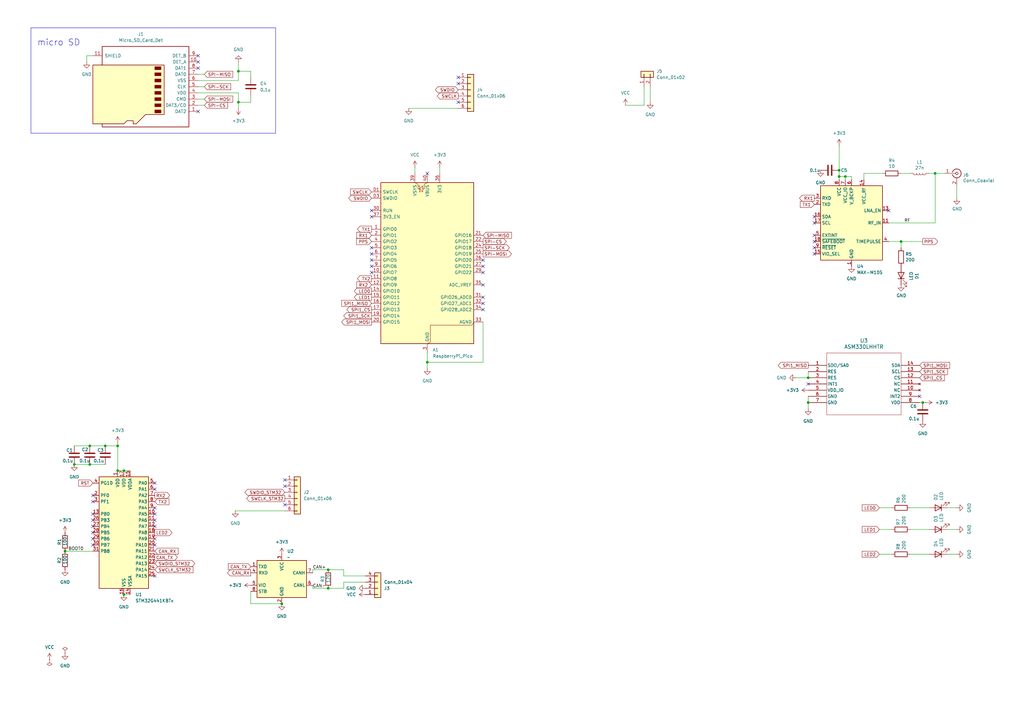
<source format=kicad_sch>
(kicad_sch (version 20250114) (generator "eeschema") (generator_version "9.0")
  (paper "A3")
  (title_block (title "XNavi") (rev "0.0") (company "AIOLIA"))
  (lib_symbols
    (symbol "AIOLIA:ASM330LHHTR" (pin_names (offset 0.254))
      (property "Reference" "U" (at 22.86 10.16 0))
      (property "Value" "ASM330LHHTR" (at 22.86 7.62 0))
      (symbol "ASM330LHHTR_0_1"
        (polyline (pts (xy 7.62 5.08) (xy 7.62 -20.32)) (stroke (width 0.127)))
        (polyline (pts (xy 7.62 -20.32) (xy 38.1 -20.32)) (stroke (width 0.127)))
        (polyline (pts (xy 38.1 5.08) (xy 7.62 5.08)) (stroke (width 0.127)))
        (polyline (pts (xy 38.1 -20.32) (xy 38.1 5.08)) (stroke (width 0.127)))
        (pin bidirectional line (at 0 0 0) (length 7.62) (name "SDO/SA0") (number "1"))
        (pin unspecified line (at 0 -2.54 0) (length 7.62) (name "RES") (number "2"))
        (pin unspecified line (at 0 -5.08 0) (length 7.62) (name "RES") (number "3"))
        (pin input line (at 0 -7.62 0) (length 7.62) (name "INT1") (number "4"))
        (pin power_in line (at 0 -10.16 0) (length 7.62) (name "VDD_IO") (number "5"))
        (pin input line (at 45.72 0 180) (length 7.62) (name "SDA") (number "14"))
        (pin bidirectional line (at 45.72 -2.54 180) (length 7.62) (name "SCL") (number "13"))
        (pin input line (at 45.72 -5.08 180) (length 7.62) (name "CS") (number "12"))
        (pin no_connect line (at 45.72 -7.62 180) (length 7.62) (name "NC") (number "11"))
        (pin no_connect line (at 45.72 -10.16 180) (length 7.62) (name "NC") (number "10"))
        (pin input line (at 45.72 -12.7 180) (length 7.62) (name "INT2") (number "9"))
        (pin power_in line (at 45.72 -15.24 180) (length 7.62) (name "VDD") (number "8"))
      )
      (symbol "ASM330LHHTR_1_1"
        (pin power_in line (at 0 -12.7 0) (length 7.62) (name "GND") (number "6"))
        (pin power_in line (at 0 -15.24 0) (length 7.62) (name "GND") (number "7"))
      )
    )
    (symbol "AIOLIA:TCAN3413DDR"
      (property "Reference" "U" (at 0 0 0))
      (symbol "TCAN3413DDR_0_1"
        (rectangle (start -10.16 7.62) (end 10.16 -7.62) (stroke (width 0.254)) (fill (type background)))
      )
      (symbol "TCAN3413DDR_1_1"
        (pin input line (at -12.7 5.08 0) (length 2.54) (name "TXD") (number "1"))
        (pin tri_state line (at -12.7 2.54 0) (length 2.54) (name "RXD") (number "4"))
        (pin power_in line (at -12.7 -2.54 0) (length 2.54) (name "VIO") (number "5"))
        (pin input line (at -12.7 -5.08 0) (length 2.54) (name "STB") (number "8"))
        (pin power_in line (at 0 10.16 270) (length 2.54) (name "VCC") (number "3"))
        (pin power_in line (at 0 -10.16 90) (length 2.54) (name "GND") (number "2"))
        (pin bidirectional line (at 12.7 2.54 180) (length 2.54) (name "CANH") (number "7"))
        (pin bidirectional line (at 12.7 -2.54 180) (length 2.54) (name "CANL") (number "6"))
      )
    )
    (symbol "Connector:Conn_Coaxial" (pin_names (offset 1.016) (hide yes))
      (property "Reference" "J" (at 0.254 3.048 0))
      (property "Value" "Conn_Coaxial" (at 2.921 0 90))
      (symbol "Conn_Coaxial_0_1"
        (polyline (pts (xy -2.54 0) (xy -0.508 0)))
        (arc (start 1.778 0) (mid 0.222 -1.8079) (end -1.778 -0.508) (stroke (width 0.254)))
        (arc (start -1.778 0.508) (mid 0.2221 1.8084) (end 1.778 0) (stroke (width 0.254)))
        (circle (center 0 0) (radius 0.508) (stroke (width 0.2032)))
        (polyline (pts (xy 0 -2.54) (xy 0 -1.778)))
      )
      (symbol "Conn_Coaxial_1_1"
        (pin passive line (at -5.08 0 0) (length 2.54) (name "In") (number "1"))
        (pin passive line (at 0 -5.08 90) (length 2.54) (name "Ext") (number "2"))
      )
    )
    (symbol "Connector:Micro_SD_Card_Det" (pin_names (offset 1.016))
      (property "Reference" "J" (at -16.51 17.78 0))
      (property "Value" "Micro_SD_Card_Det" (at 16.51 17.78 0))
      (symbol "Micro_SD_Card_Det_0_1"
        (polyline (pts (xy -8.89 -8.89) (xy -8.89 11.43) (xy -1.27 11.43) (xy 2.54 15.24) (xy 3.81 15.24) (xy 3.81 13.97) (xy 6.35 13.97) (xy 7.62 15.24) (xy 20.32 15.24) (xy 20.32 -8.89) (xy -8.89 -8.89)) (stroke (width 0.254)) (fill (type background)))
        (rectangle (start -7.62 10.795) (end -5.08 9.525) (fill (type outline)))
        (rectangle (start -7.62 8.255) (end -5.08 6.985) (fill (type outline)))
        (rectangle (start -7.62 5.715) (end -5.08 4.445) (fill (type outline)))
        (rectangle (start -7.62 3.175) (end -5.08 1.905) (fill (type outline)))
        (rectangle (start -7.62 0.635) (end -5.08 -0.635) (fill (type outline)))
        (rectangle (start -7.62 -1.905) (end -5.08 -3.175) (fill (type outline)))
        (rectangle (start -7.62 -4.445) (end -5.08 -5.715) (fill (type outline)))
        (rectangle (start -7.62 -6.985) (end -5.08 -8.255) (fill (type outline)))
        (polyline (pts (xy 16.51 15.24) (xy 16.51 16.51) (xy -19.05 16.51) (xy -19.05 -16.51) (xy 16.51 -16.51) (xy 16.51 -8.89)) (stroke (width 0.254)))
      )
      (symbol "Micro_SD_Card_Det_1_1"
        (pin bidirectional line (at -22.86 10.16 0) (length 3.81) (name "DAT2") (number "1"))
        (pin bidirectional line (at -22.86 7.62 0) (length 3.81) (name "DAT3/CD") (number "2"))
        (pin input line (at -22.86 5.08 0) (length 3.81) (name "CMD") (number "3"))
        (pin power_in line (at -22.86 2.54 0) (length 3.81) (name "VDD") (number "4"))
        (pin input line (at -22.86 0 0) (length 3.81) (name "CLK") (number "5"))
        (pin power_in line (at -22.86 -2.54 0) (length 3.81) (name "VSS") (number "6"))
        (pin bidirectional line (at -22.86 -5.08 0) (length 3.81) (name "DAT0") (number "7"))
        (pin bidirectional line (at -22.86 -7.62 0) (length 3.81) (name "DAT1") (number "8"))
        (pin passive line (at -22.86 -10.16 0) (length 3.81) (name "DET_A") (number "10"))
        (pin passive line (at -22.86 -12.7 0) (length 3.81) (name "DET_B") (number "9"))
        (pin passive line (at 20.32 -12.7 180) (length 3.81) (name "SHIELD") (number "11"))
      )
    )
    (symbol "Connector_Generic:Conn_01x02" (pin_names (offset 1.016) (hide yes))
      (property "Reference" "J" (at 0 2.54 0))
      (property "Value" "Conn_01x02" (at 0 -5.08 0))
      (symbol "Conn_01x02_1_1"
        (rectangle (start -1.27 1.27) (end 1.27 -3.81) (stroke (width 0.254)) (fill (type background)))
        (rectangle (start -1.27 0.127) (end 0 -0.127) (stroke (width 0.1524)))
        (rectangle (start -1.27 -2.413) (end 0 -2.667) (stroke (width 0.1524)))
        (pin passive line (at -5.08 0 0) (length 3.81) (name "Pin_1") (number "1"))
        (pin passive line (at -5.08 -2.54 0) (length 3.81) (name "Pin_2") (number "2"))
      )
    )
    (symbol "Connector_Generic:Conn_01x04" (pin_names (offset 1.016) (hide yes))
      (property "Reference" "J" (at 0 5.08 0))
      (property "Value" "Conn_01x04" (at 0 -7.62 0))
      (symbol "Conn_01x04_1_1"
        (rectangle (start -1.27 3.81) (end 1.27 -6.35) (stroke (width 0.254)) (fill (type background)))
        (rectangle (start -1.27 2.667) (end 0 2.413) (stroke (width 0.1524)))
        (rectangle (start -1.27 0.127) (end 0 -0.127) (stroke (width 0.1524)))
        (rectangle (start -1.27 -2.413) (end 0 -2.667) (stroke (width 0.1524)))
        (rectangle (start -1.27 -4.953) (end 0 -5.207) (stroke (width 0.1524)))
        (pin passive line (at -5.08 2.54 0) (length 3.81) (name "Pin_1") (number "1"))
        (pin passive line (at -5.08 0 0) (length 3.81) (name "Pin_2") (number "2"))
        (pin passive line (at -5.08 -2.54 0) (length 3.81) (name "Pin_3") (number "3"))
        (pin passive line (at -5.08 -5.08 0) (length 3.81) (name "Pin_4") (number "4"))
      )
    )
    (symbol "Connector_Generic:Conn_01x06" (pin_names (offset 1.016) (hide yes))
      (property "Reference" "J" (at 0 7.62 0))
      (property "Value" "Conn_01x06" (at 0 -10.16 0))
      (symbol "Conn_01x06_1_1"
        (rectangle (start -1.27 6.35) (end 1.27 -8.89) (stroke (width 0.254)) (fill (type background)))
        (rectangle (start -1.27 5.207) (end 0 4.953) (stroke (width 0.1524)))
        (rectangle (start -1.27 2.667) (end 0 2.413) (stroke (width 0.1524)))
        (rectangle (start -1.27 0.127) (end 0 -0.127) (stroke (width 0.1524)))
        (rectangle (start -1.27 -2.413) (end 0 -2.667) (stroke (width 0.1524)))
        (rectangle (start -1.27 -4.953) (end 0 -5.207) (stroke (width 0.1524)))
        (rectangle (start -1.27 -7.493) (end 0 -7.747) (stroke (width 0.1524)))
        (pin passive line (at -5.08 5.08 0) (length 3.81) (name "Pin_1") (number "1"))
        (pin passive line (at -5.08 2.54 0) (length 3.81) (name "Pin_2") (number "2"))
        (pin passive line (at -5.08 0 0) (length 3.81) (name "Pin_3") (number "3"))
        (pin passive line (at -5.08 -2.54 0) (length 3.81) (name "Pin_4") (number "4"))
        (pin passive line (at -5.08 -5.08 0) (length 3.81) (name "Pin_5") (number "5"))
        (pin passive line (at -5.08 -7.62 0) (length 3.81) (name "Pin_6") (number "6"))
      )
    )
    (symbol "Device:C" (pin_numbers (hide yes)) (pin_names (offset 0.254))
      (property "Reference" "C" (at 0.635 2.54 0))
      (property "Value" "C" (at 0.635 -2.54 0))
      (symbol "C_0_1"
        (polyline (pts (xy -2.032 0.762) (xy 2.032 0.762)) (stroke (width 0.508)))
        (polyline (pts (xy -2.032 -0.762) (xy 2.032 -0.762)) (stroke (width 0.508)))
      )
      (symbol "C_1_1"
        (pin passive line (at 0 3.81 270) (length 2.794) (name "~") (number "1"))
        (pin passive line (at 0 -3.81 90) (length 2.794) (name "~") (number "2"))
      )
    )
    (symbol "Device:L" (pin_numbers (hide yes)) (pin_names (offset 1.016) (hide yes))
      (property "Reference" "L" (at -1.27 0 90))
      (property "Value" "L" (at 1.905 0 90))
      (symbol "L_0_1"
        (arc (start 0 2.54) (mid 0.6323 1.905) (end 0 1.27))
        (arc (start 0 1.27) (mid 0.6323 0.635) (end 0 0))
        (arc (start 0 0) (mid 0.6323 -0.635) (end 0 -1.27))
        (arc (start 0 -1.27) (mid 0.6323 -1.905) (end 0 -2.54))
      )
      (symbol "L_1_1"
        (pin passive line (at 0 3.81 270) (length 1.27) (name "1") (number "1"))
        (pin passive line (at 0 -3.81 90) (length 1.27) (name "2") (number "2"))
      )
    )
    (symbol "Device:LED" (pin_numbers (hide yes)) (pin_names (offset 1.016) (hide yes))
      (property "Reference" "D" (at 0 2.54 0))
      (property "Value" "LED" (at 0 -2.54 0))
      (symbol "LED_0_1"
        (polyline (pts (xy -3.048 -0.762) (xy -4.572 -2.286) (xy -3.81 -2.286) (xy -4.572 -2.286) (xy -4.572 -1.524)))
        (polyline (pts (xy -1.778 -0.762) (xy -3.302 -2.286) (xy -2.54 -2.286) (xy -3.302 -2.286) (xy -3.302 -1.524)))
        (polyline (pts (xy -1.27 0) (xy 1.27 0)))
        (polyline (pts (xy -1.27 -1.27) (xy -1.27 1.27)) (stroke (width 0.254)))
        (polyline (pts (xy 1.27 -1.27) (xy 1.27 1.27) (xy -1.27 0) (xy 1.27 -1.27)) (stroke (width 0.254)))
      )
      (symbol "LED_1_1"
        (pin passive line (at -3.81 0 0) (length 2.54) (name "K") (number "1"))
        (pin passive line (at 3.81 0 180) (length 2.54) (name "A") (number "2"))
      )
    )
    (symbol "Device:R" (pin_numbers (hide yes)) (pin_names (offset 0))
      (property "Reference" "R" (at 2.032 0 90))
      (property "Value" "R" (at 0 0 90))
      (symbol "R_0_1"
        (rectangle (start -1.016 -2.54) (end 1.016 2.54) (stroke (width 0.254)))
      )
      (symbol "R_1_1"
        (pin passive line (at 0 3.81 270) (length 1.27) (name "~") (number "1"))
        (pin passive line (at 0 -3.81 90) (length 1.27) (name "~") (number "2"))
      )
    )
    (symbol "MCU_Module:RaspberryPi_Pico_Debug" (pin_names (offset 0.762))
      (property "Reference" "A" (at -19.05 35.56 0))
      (property "Value" "RaspberryPi_Pico" (at 7.62 35.56 0))
      (symbol "RaspberryPi_Pico_Debug_0_1"
        (rectangle (start -19.05 34.29) (end 19.05 -31.75) (stroke (width 0.254)) (fill (type background)))
        (polyline (pts (xy -5.08 34.29) (xy -3.81 33.655) (xy -3.81 31.75) (xy -3.175 31.75)))
        (polyline (pts (xy -3.429 32.766) (xy -3.429 33.02) (xy -3.175 33.02) (xy -3.175 30.48) (xy -2.921 30.48) (xy -2.921 30.734)))
        (polyline (pts (xy -3.175 31.75) (xy -1.905 33.02) (xy -1.905 30.48) (xy -3.175 31.75)))
        (polyline (pts (xy 0 34.29) (xy -1.27 33.655) (xy -1.27 31.75) (xy -1.905 31.75)))
        (polyline (pts (xy 0 -31.75) (xy 1.27 -31.115) (xy 1.27 -24.13) (xy 18.415 -24.13) (xy 19.05 -22.86)))
      )
      (symbol "RaspberryPi_Pico_Debug_1_1"
        (pin input line (at -22.86 30.48 0) (length 3.81) (name "SWCLK") (number "D1"))
        (pin bidirectional line (at -22.86 27.94 0) (length 3.81) (name "SWDIO") (number "D3"))
        (pin passive line (at -22.86 22.86 0) (length 3.81) (name "RUN") (number "30"))
        (pin passive line (at -22.86 20.32 0) (length 3.81) (name "3V3_EN") (number "37"))
        (pin bidirectional line (at -22.86 15.24 0) (length 3.81) (name "GPIO0") (number "1"))
        (pin bidirectional line (at -22.86 12.7 0) (length 3.81) (name "GPIO1") (number "2"))
        (pin bidirectional line (at -22.86 10.16 0) (length 3.81) (name "GPIO2") (number "4"))
        (pin bidirectional line (at -22.86 7.62 0) (length 3.81) (name "GPIO3") (number "5"))
        (pin bidirectional line (at -22.86 5.08 0) (length 3.81) (name "GPIO4") (number "6"))
        (pin bidirectional line (at -22.86 2.54 0) (length 3.81) (name "GPIO5") (number "7"))
        (pin bidirectional line (at -22.86 0 0) (length 3.81) (name "GPIO6") (number "9"))
        (pin bidirectional line (at -22.86 -2.54 0) (length 3.81) (name "GPIO7") (number "10"))
        (pin bidirectional line (at -22.86 -5.08 0) (length 3.81) (name "GPIO8") (number "11"))
        (pin bidirectional line (at -22.86 -7.62 0) (length 3.81) (name "GPIO9") (number "12"))
        (pin bidirectional line (at -22.86 -10.16 0) (length 3.81) (name "GPIO10") (number "14"))
        (pin bidirectional line (at -22.86 -12.7 0) (length 3.81) (name "GPIO11") (number "15"))
        (pin bidirectional line (at -22.86 -15.24 0) (length 3.81) (name "GPIO12") (number "16"))
        (pin bidirectional line (at -22.86 -17.78 0) (length 3.81) (name "GPIO13") (number "17"))
        (pin bidirectional line (at -22.86 -20.32 0) (length 3.81) (name "GPIO14") (number "19"))
        (pin bidirectional line (at -22.86 -22.86 0) (length 3.81) (name "GPIO15") (number "20"))
        (pin power_in line (at -5.08 38.1 270) (length 3.81) (name "VSYS") (number "39"))
        (pin power_out line (at 0 38.1 270) (length 3.81) (name "VBUS") (number "40"))
        (pin passive line (at 0 -35.56 90) (length 3.81) (hide yes) (name "GND") (number "13"))
        (pin passive line (at 0 -35.56 90) (length 3.81) (hide yes) (name "GND") (number "18"))
        (pin passive line (at 0 -35.56 90) (length 3.81) (hide yes) (name "GND") (number "23"))
        (pin passive line (at 0 -35.56 90) (length 3.81) (hide yes) (name "GND") (number "28"))
        (pin power_out line (at 0 -35.56 90) (length 3.81) (name "GND") (number "3"))
        (pin passive line (at 0 -35.56 90) (length 3.81) (hide yes) (name "GND") (number "38"))
        (pin passive line (at 0 -35.56 90) (length 3.81) (hide yes) (name "GND") (number "8"))
        (pin passive line (at 0 -35.56 90) (length 3.81) (hide yes) (name "GND") (number "D2"))
        (pin power_out line (at 5.08 38.1 270) (length 3.81) (name "3V3") (number "36"))
        (pin bidirectional line (at 22.86 12.7 180) (length 3.81) (name "GPIO16") (number "21"))
        (pin bidirectional line (at 22.86 10.16 180) (length 3.81) (name "GPIO17") (number "22"))
        (pin bidirectional line (at 22.86 7.62 180) (length 3.81) (name "GPIO18") (number "24"))
        (pin bidirectional line (at 22.86 5.08 180) (length 3.81) (name "GPIO19") (number "25"))
        (pin bidirectional line (at 22.86 2.54 180) (length 3.81) (name "GPIO20") (number "26"))
        (pin bidirectional line (at 22.86 0 180) (length 3.81) (name "GPIO21") (number "27"))
        (pin bidirectional line (at 22.86 -2.54 180) (length 3.81) (name "GPIO22") (number "29"))
        (pin power_in line (at 22.86 -7.62 180) (length 3.81) (name "ADC_VREF") (number "35"))
        (pin bidirectional line (at 22.86 -12.7 180) (length 3.81) (name "GPIO26_ADC0") (number "31"))
        (pin bidirectional line (at 22.86 -15.24 180) (length 3.81) (name "GPIO27_ADC1") (number "32"))
        (pin bidirectional line (at 22.86 -17.78 180) (length 3.81) (name "GPIO28_ADC2") (number "34"))
        (pin power_out line (at 22.86 -22.86 180) (length 3.81) (name "AGND") (number "33"))
      )
    )
    (symbol "MCU_ST_STM32G4:STM32G441KBTx"
      (property "Reference" "U" (at -10.16 24.13 0))
      (property "Value" "STM32G441KBTx" (at 5.08 24.13 0))
      (symbol "STM32G441KBTx_0_1"
        (rectangle (start -10.16 -22.86) (end 10.16 22.86) (stroke (width 0.254)) (fill (type background)))
      )
      (symbol "STM32G441KBTx_1_1"
        (pin bidirectional line (at -12.7 20.32 0) (length 2.54) (name "PG10") (number "4"))
        (pin bidirectional line (at -12.7 15.24 0) (length 2.54) (name "PF0") (number "2"))
        (pin bidirectional line (at -12.7 12.7 0) (length 2.54) (name "PF1") (number "3"))
        (pin bidirectional line (at -12.7 7.62 0) (length 2.54) (name "PB0") (number "13"))
        (pin bidirectional line (at -12.7 5.08 0) (length 2.54) (name "PB3") (number "26"))
        (pin bidirectional line (at -12.7 2.54 0) (length 2.54) (name "PB4") (number "27"))
        (pin bidirectional line (at -12.7 0 0) (length 2.54) (name "PB5") (number "28"))
        (pin bidirectional line (at -12.7 -2.54 0) (length 2.54) (name "PB6") (number "29"))
        (pin bidirectional line (at -12.7 -5.08 0) (length 2.54) (name "PB7") (number "30"))
        (pin bidirectional line (at -12.7 -7.62 0) (length 2.54) (name "PB8") (number "31"))
        (pin power_in line (at -2.54 25.4 270) (length 2.54) (name "VDD") (number "1"))
        (pin power_in line (at 0 25.4 270) (length 2.54) (name "VDD") (number "17"))
        (pin power_in line (at 0 -25.4 90) (length 2.54) (name "VSS") (number "16"))
        (pin passive line (at 0 -25.4 90) (length 2.54) (hide yes) (name "VSS") (number "32"))
        (pin power_in line (at 2.54 25.4 270) (length 2.54) (name "VDDA") (number "15"))
        (pin power_in line (at 2.54 -25.4 90) (length 2.54) (name "VSSA") (number "14"))
        (pin bidirectional line (at 12.7 20.32 180) (length 2.54) (name "PA0") (number "5"))
        (pin bidirectional line (at 12.7 17.78 180) (length 2.54) (name "PA1") (number "6"))
        (pin bidirectional line (at 12.7 15.24 180) (length 2.54) (name "PA2") (number "7"))
        (pin bidirectional line (at 12.7 12.7 180) (length 2.54) (name "PA3") (number "8"))
        (pin bidirectional line (at 12.7 10.16 180) (length 2.54) (name "PA4") (number "9"))
        (pin bidirectional line (at 12.7 7.62 180) (length 2.54) (name "PA5") (number "10"))
        (pin bidirectional line (at 12.7 5.08 180) (length 2.54) (name "PA6") (number "11"))
        (pin bidirectional line (at 12.7 2.54 180) (length 2.54) (name "PA7") (number "12"))
        (pin bidirectional line (at 12.7 0 180) (length 2.54) (name "PA8") (number "18"))
        (pin bidirectional line (at 12.7 -2.54 180) (length 2.54) (name "PA9") (number "19"))
        (pin bidirectional line (at 12.7 -5.08 180) (length 2.54) (name "PA10") (number "20"))
        (pin bidirectional line (at 12.7 -7.62 180) (length 2.54) (name "PA11") (number "21"))
        (pin bidirectional line (at 12.7 -10.16 180) (length 2.54) (name "PA12") (number "22"))
        (pin bidirectional line (at 12.7 -12.7 180) (length 2.54) (name "PA13") (number "23"))
        (pin bidirectional line (at 12.7 -15.24 180) (length 2.54) (name "PA14") (number "24"))
        (pin bidirectional line (at 12.7 -17.78 180) (length 2.54) (name "PA15") (number "25"))
      )
    )
    (symbol "RF_GPS:MAX-M10S"
      (property "Reference" "U" (at -10.16 16.51 0))
      (property "Value" "MAX-M10S" (at 11.43 16.51 0))
      (symbol "MAX-M10S_0_1"
        (rectangle (start 12.7 15.24) (end -12.7 -15.24) (stroke (width 0.254)) (fill (type background)))
      )
      (symbol "MAX-M10S_1_1"
        (pin input line (at -15.24 10.16 0) (length 2.54) (name "RXD") (number "3"))
        (pin output line (at -15.24 7.62 0) (length 2.54) (name "TXD") (number "2"))
        (pin bidirectional line (at -15.24 2.54 0) (length 2.54) (name "SDA") (number "16"))
        (pin input line (at -15.24 0 0) (length 2.54) (name "SCL") (number "17"))
        (pin input line (at -15.24 -5.08 0) (length 2.54) (name "EXTINT") (number "5"))
        (pin input line (at -15.24 -7.62 0) (length 2.54) (name "~{SAFEBOOT}") (number "18"))
        (pin input line (at -15.24 -10.16 0) (length 2.54) (name "~{RESET}") (number "9"))
        (pin input line (at -15.24 -12.7 0) (length 2.54) (name "VIO_SEL") (number "15"))
        (pin power_in line (at -5.08 17.78 270) (length 2.54) (name "VCC") (number "8"))
        (pin power_in line (at -2.54 17.78 270) (length 2.54) (name "VCC_IO") (number "7"))
        (pin power_in line (at 0 17.78 270) (length 2.54) (name "V_BCKP") (number "6"))
        (pin power_in line (at 0 -17.78 90) (length 2.54) (name "GND") (number "1"))
        (pin passive line (at 0 -17.78 90) (length 2.54) (hide yes) (name "GND") (number "10"))
        (pin passive line (at 0 -17.78 90) (length 2.54) (hide yes) (name "GND") (number "12"))
        (pin power_out line (at 5.08 17.78 270) (length 2.54) (name "VCC_RF") (number "14"))
        (pin output line (at 15.24 5.08 180) (length 2.54) (name "LNA_EN") (number "13"))
        (pin input line (at 15.24 0 180) (length 2.54) (name "RF_IN") (number "11"))
        (pin output line (at 15.24 -7.62 180) (length 2.54) (name "TIMEPULSE") (number "4"))
      )
    )
    (symbol "VCC_2" (power) (pin_numbers (hide yes)) (pin_names (offset 0) (hide yes))
      (property "Value" "VCC" (at 0 3.556 0))
      (symbol "VCC_2_0_1"
        (polyline (pts (xy -0.762 1.27) (xy 0 2.54)))
        (polyline (pts (xy 0 2.54) (xy 0.762 1.27)))
        (polyline (pts (xy 0 0) (xy 0 2.54)))
      )
      (symbol "VCC_2_1_1"
        (pin power_in line (at 0 0 90) (length 0) (name "~") (number "1"))
      )
    )
    (symbol "power:+3.3V" (power) (pin_names (offset 0))
      (property "Value" "+3.3V" (at 0 3.556 0))
      (symbol "+3.3V_0_1"
        (polyline (pts (xy -0.762 1.27) (xy 0 2.54)))
        (polyline (pts (xy 0 2.54) (xy 0.762 1.27)))
        (polyline (pts (xy 0 0) (xy 0 2.54)))
      )
      (symbol "+3.3V_1_1"
        (pin power_in line (at 0 0 90) (length 0) (hide yes) (name "+3V3") (number "1"))
      )
    )
    (symbol "power:+3V3" (power) (pin_numbers (hide yes)) (pin_names (offset 0) (hide yes))
      (property "Value" "+3V3" (at 0 3.556 0))
      (symbol "+3V3_0_1"
        (polyline (pts (xy -0.762 1.27) (xy 0 2.54)))
        (polyline (pts (xy 0 2.54) (xy 0.762 1.27)))
        (polyline (pts (xy 0 0) (xy 0 2.54)))
      )
      (symbol "+3V3_1_1"
        (pin power_in line (at 0 0 90) (length 0) (name "~") (number "1"))
      )
    )
    (symbol "power:GND" (power) (pin_numbers (hide yes)) (pin_names (offset 0) (hide yes))
      (property "Value" "GND" (at 0 -3.81 0))
      (symbol "GND_0_1"
        (polyline (pts (xy 0 0) (xy 0 -1.27) (xy 1.27 -1.27) (xy 0 -2.54) (xy -1.27 -1.27) (xy 0 -1.27)))
      )
      (symbol "GND_1_1"
        (pin power_in line (at 0 0 270) (length 0) (name "~") (number "1"))
      )
    )
    (symbol "power:PWR_FLAG" (power) (pin_numbers (hide yes)) (pin_names (offset 0) (hide yes))
      (property "Value" "PWR_FLAG" (at 0 3.81 0))
      (symbol "PWR_FLAG_0_0"
        (pin power_out line (at 0 0 90) (length 0) (name "~") (number "1"))
      )
      (symbol "PWR_FLAG_0_1"
        (polyline (pts (xy 0 0) (xy 0 1.27) (xy -1.016 1.905) (xy 0 2.54) (xy 1.016 1.905) (xy 0 1.27)))
      )
    )
    (symbol "power:VCC" (power) (pin_numbers (hide yes)) (pin_names (offset 0) (hide yes))
      (property "Value" "VCC" (at 0 3.556 0))
      (symbol "VCC_0_1"
        (polyline (pts (xy -0.762 1.27) (xy 0 2.54)))
        (polyline (pts (xy 0 2.54) (xy 0.762 1.27)))
        (polyline (pts (xy 0 0) (xy 0 2.54)))
      )
      (symbol "VCC_1_1"
        (pin power_in line (at 0 0 90) (length 0) (name "~") (number "1"))
      )
    )
  )
  (text "micro SD" (at 15.24 19.05 0) (effects (font (size 2.54 2.54)) (justify left bottom)))
  (junction (at 48.26 193.04))
  (junction (at 97.79 41.91))
  (junction (at 175.26 148.59))
  (junction (at 48.26 182.88))
  (junction (at 115.57 247.65))
  (junction (at 344.17 72.39))
  (junction (at 344.17 69.85))
  (junction (at 30.48 190.5))
  (junction (at 26.67 226.06))
  (junction (at 50.8 193.04))
  (junction (at 331.47 165.1))
  (junction (at 378.46 165.1))
  (junction (at 331.47 154.94))
  (junction (at 50.8 243.84))
  (junction (at 97.79 29.21))
  (junction (at 134.62 233.68))
  (junction (at 369.57 99.06))
  (junction (at 346.71 72.39))
  (junction (at 43.18 182.88))
  (junction (at 36.83 190.5))
  (junction (at 383.54 71.12))
  (junction (at 36.83 182.88))
  (junction (at 134.62 241.3))
  (no_connect (at 38.1 218.44))
  (no_connect (at 198.12 116.84))
  (no_connect (at 63.5 215.9))
  (no_connect (at 198.12 121.92))
  (no_connect (at 116.84 196.85))
  (no_connect (at 38.1 215.9))
  (no_connect (at 334.01 91.44))
  (no_connect (at 63.5 210.82))
  (no_connect (at 377.19 162.56))
  (no_connect (at 334.01 96.52))
  (no_connect (at 63.5 220.98))
  (no_connect (at 334.01 88.9))
  (no_connect (at 116.84 207.01))
  (no_connect (at 152.4 104.14))
  (no_connect (at 63.5 236.22))
  (no_connect (at 38.1 213.36))
  (no_connect (at 198.12 124.46))
  (no_connect (at 63.5 200.66))
  (no_connect (at 152.4 106.68))
  (no_connect (at 63.5 198.12))
  (no_connect (at 152.4 101.6))
  (no_connect (at 63.5 223.52))
  (no_connect (at 334.01 101.6))
  (no_connect (at 187.96 31.75))
  (no_connect (at 116.84 199.39))
  (no_connect (at 364.49 86.36))
  (no_connect (at 198.12 106.68))
  (no_connect (at 175.26 71.12))
  (no_connect (at 187.96 41.91))
  (no_connect (at 38.1 223.52))
  (no_connect (at 81.28 27.94))
  (no_connect (at 152.4 88.9))
  (no_connect (at 334.01 99.06))
  (no_connect (at 152.4 86.36))
  (no_connect (at 38.1 220.98))
  (no_connect (at 81.28 22.86))
  (no_connect (at 63.5 208.28))
  (no_connect (at 81.28 25.4))
  (no_connect (at 63.5 213.36))
  (no_connect (at 331.47 157.48))
  (no_connect (at 187.96 34.29))
  (no_connect (at 38.1 205.74))
  (no_connect (at 152.4 109.22))
  (no_connect (at 198.12 111.76))
  (no_connect (at 198.12 109.22))
  (no_connect (at 38.1 203.2))
  (no_connect (at 81.28 45.72))
  (no_connect (at 38.1 210.82))
  (no_connect (at 152.4 111.76))
  (no_connect (at 334.01 104.14))
  (no_connect (at 198.12 127))
  (wire (pts (xy 81.28 43.18) (xy 83.82 43.18)))
  (wire (pts (xy 388.62 227.33) (xy 392.43 227.33)))
  (wire (pts (xy 377.19 165.1) (xy 378.46 165.1)))
  (wire (pts (xy 364.49 91.44) (xy 383.54 91.44)))
  (wire (pts (xy 198.12 148.59) (xy 175.26 148.59)))
  (wire (pts (xy 43.18 182.88) (xy 48.26 182.88)))
  (wire (pts (xy 97.79 29.21) (xy 97.79 33.02)))
  (wire (pts (xy 369.57 99.06) (xy 378.46 99.06)))
  (wire (pts (xy 331.47 162.56) (xy 331.47 165.1)))
  (wire (pts (xy 344.17 59.69) (xy 344.17 69.85)))
  (wire (pts (xy 378.46 165.1) (xy 379.73 165.1)))
  (wire (pts (xy 30.48 190.5) (xy 36.83 190.5)))
  (wire (pts (xy 369.57 71.12) (xy 373.38 71.12)))
  (wire (pts (xy 149.86 238.76) (xy 140.97 238.76)))
  (polyline (pts (xy 113.03 54.61) (xy 113.03 11.43)))
  (wire (pts (xy 170.18 68.58) (xy 170.18 71.12)))
  (wire (pts (xy 388.62 208.28) (xy 392.43 208.28)))
  (wire (pts (xy 198.12 132.08) (xy 198.12 148.59)))
  (wire (pts (xy 346.71 72.39) (xy 344.17 72.39)))
  (wire (pts (xy 36.83 182.88) (xy 43.18 182.88)))
  (wire (pts (xy 81.28 40.64) (xy 83.82 40.64)))
  (wire (pts (xy 175.26 151.13) (xy 175.26 148.59)))
  (wire (pts (xy 344.17 72.39) (xy 344.17 73.66)))
  (wire (pts (xy 360.68 227.33) (xy 365.76 227.33)))
  (wire (pts (xy 81.28 38.1) (xy 97.79 38.1)))
  (wire (pts (xy 354.33 73.66) (xy 354.33 71.12)))
  (wire (pts (xy 175.26 148.59) (xy 175.26 144.78)))
  (wire (pts (xy 354.33 71.12) (xy 361.95 71.12)))
  (wire (pts (xy 331.47 167.64) (xy 331.47 165.1)))
  (wire (pts (xy 383.54 71.12) (xy 383.54 91.44)))
  (wire (pts (xy 369.57 99.06) (xy 369.57 101.6)))
  (wire (pts (xy 35.56 25.4) (xy 35.56 22.86)))
  (wire (pts (xy 48.26 182.88) (xy 48.26 193.04)))
  (wire (pts (xy 128.27 233.68) (xy 134.62 233.68)))
  (wire (pts (xy 102.87 29.21) (xy 102.87 31.75)))
  (wire (pts (xy 140.97 233.68) (xy 134.62 233.68)))
  (wire (pts (xy 81.28 33.02) (xy 97.79 33.02)))
  (wire (pts (xy 128.27 240.03) (xy 128.27 241.3)))
  (wire (pts (xy 26.67 226.06) (xy 38.1 226.06)))
  (polyline (pts (xy 12.7 54.61) (xy 113.03 54.61)))
  (wire (pts (xy 102.87 242.57) (xy 102.87 247.65)))
  (wire (pts (xy 149.86 236.22) (xy 140.97 236.22)))
  (wire (pts (xy 392.43 76.2) (xy 392.43 81.28)))
  (polyline (pts (xy 113.03 11.43) (xy 12.7 11.43)))
  (wire (pts (xy 102.87 41.91) (xy 102.87 39.37)))
  (wire (pts (xy 349.25 72.39) (xy 346.71 72.39)))
  (wire (pts (xy 360.68 217.17) (xy 365.76 217.17)))
  (wire (pts (xy 349.25 73.66) (xy 349.25 72.39)))
  (wire (pts (xy 30.48 182.88) (xy 36.83 182.88)))
  (polyline (pts (xy 12.7 11.43) (xy 12.7 54.61)))
  (wire (pts (xy 35.56 22.86) (xy 38.1 22.86)))
  (wire (pts (xy 50.8 193.04) (xy 53.34 193.04)))
  (wire (pts (xy 387.35 71.12) (xy 383.54 71.12)))
  (wire (pts (xy 140.97 236.22) (xy 140.97 233.68)))
  (wire (pts (xy 128.27 234.95) (xy 128.27 233.68)))
  (wire (pts (xy 97.79 41.91) (xy 102.87 41.91)))
  (wire (pts (xy 134.62 241.3) (xy 140.97 241.3)))
  (wire (pts (xy 331.47 152.4) (xy 331.47 154.94)))
  (wire (pts (xy 264.16 43.18) (xy 256.54 43.18)))
  (wire (pts (xy 50.8 243.84) (xy 53.34 243.84)))
  (wire (pts (xy 36.83 190.5) (xy 43.18 190.5)))
  (wire (pts (xy 140.97 238.76) (xy 140.97 241.3)))
  (wire (pts (xy 97.79 44.45) (xy 97.79 41.91)))
  (wire (pts (xy 48.26 181.61) (xy 48.26 182.88)))
  (wire (pts (xy 102.87 29.21) (xy 97.79 29.21)))
  (wire (pts (xy 360.68 208.28) (xy 365.76 208.28)))
  (wire (pts (xy 264.16 35.56) (xy 264.16 43.18)))
  (wire (pts (xy 344.17 69.85) (xy 344.17 72.39)))
  (wire (pts (xy 128.27 241.3) (xy 134.62 241.3)))
  (wire (pts (xy 381 217.17) (xy 373.38 217.17)))
  (wire (pts (xy 381 71.12) (xy 383.54 71.12)))
  (wire (pts (xy 346.71 73.66) (xy 346.71 72.39)))
  (wire (pts (xy 97.79 41.91) (xy 97.79 38.1)))
  (wire (pts (xy 81.28 30.48) (xy 83.82 30.48)))
  (wire (pts (xy 167.64 44.45) (xy 187.96 44.45)))
  (wire (pts (xy 266.7 35.56) (xy 266.7 41.91)))
  (wire (pts (xy 48.26 193.04) (xy 50.8 193.04)))
  (wire (pts (xy 96.52 209.55) (xy 116.84 209.55)))
  (wire (pts (xy 381 208.28) (xy 373.38 208.28)))
  (wire (pts (xy 388.62 217.17) (xy 392.43 217.17)))
  (wire (pts (xy 97.79 25.4) (xy 97.79 29.21)))
  (wire (pts (xy 81.28 35.56) (xy 83.82 35.56)))
  (wire (pts (xy 381 227.33) (xy 373.38 227.33)))
  (wire (pts (xy 331.47 154.94) (xy 326.39 154.94)))
  (wire (pts (xy 102.87 247.65) (xy 115.57 247.65)))
  (wire (pts (xy 180.34 68.58) (xy 180.34 71.12)))
  (wire (pts (xy 369.57 99.06) (xy 364.49 99.06)))
  (label "RF" (at 370.84 91.44 0))
  (label "CAN+" (at 128.27 233.68 0))
  (label "BOOT0" (at 34.29 226.06 180))
  (label "CAN-" (at 128.27 241.3 0))
  (global_label "LED1" (shape input) (at 360.68 217.17 180) (property "Intersheetrefs" "${INTERSHEET_REFS}" (effects (hide yes))))
  (global_label "SPI1_CS" (shape output) (at 152.4 127 180) (property "Intersheetrefs" "${INTERSHEET_REFS}" (effects (hide yes))))
  (global_label "SWCLK" (shape output) (at 187.96 39.37 180) (property "Intersheetrefs" "${INTERSHEET_REFS}" (effects (hide yes))))
  (global_label "TX1" (shape input) (at 334.01 83.82 180) (property "Intersheetrefs" "${INTERSHEET_REFS}" (effects (hide yes))))
  (global_label "CAN_RX" (shape input) (at 63.5 226.06 0) (property "Intersheetrefs" "${INTERSHEET_REFS}" (effects (hide yes))))
  (global_label "CAN_TX" (shape output) (at 63.5 228.6 0) (property "Intersheetrefs" "${INTERSHEET_REFS}" (effects (hide yes))))
  (global_label "SPI1_MOSI" (shape input) (at 377.19 149.86 0) (property "Intersheetrefs" "${INTERSHEET_REFS}" (effects (hide yes))))
  (global_label "SPI1_CS" (shape input) (at 377.19 154.94 0) (property "Intersheetrefs" "${INTERSHEET_REFS}" (effects (hide yes))))
  (global_label "RX1" (shape output) (at 334.01 81.28 180) (property "Intersheetrefs" "${INTERSHEET_REFS}" (effects (hide yes))))
  (global_label "SPI1_MOSI" (shape output) (at 152.4 132.08 180) (property "Intersheetrefs" "${INTERSHEET_REFS}" (effects (hide yes))))
  (global_label "LED0" (shape input) (at 360.68 208.28 180) (property "Intersheetrefs" "${INTERSHEET_REFS}" (effects (hide yes))))
  (global_label "SWCLK_STM32" (shape output) (at 116.84 204.47 180) (property "Intersheetrefs" "${INTERSHEET_REFS}" (effects (hide yes))))
  (global_label "SPI-SCK" (shape output) (at 198.12 101.6 0) (property "Intersheetrefs" "${INTERSHEET_REFS}" (effects (hide yes))))
  (global_label "LED2" (shape input) (at 360.68 227.33 180) (property "Intersheetrefs" "${INTERSHEET_REFS}" (effects (hide yes))))
  (global_label "RX2" (shape output) (at 63.5 203.2 0) (property "Intersheetrefs" "${INTERSHEET_REFS}" (effects (hide yes))))
  (global_label "SPI-MISO" (shape input) (at 198.12 96.52 0) (property "Intersheetrefs" "${INTERSHEET_REFS}" (effects (hide yes))))
  (global_label "PPS" (shape output) (at 378.46 99.06 0) (property "Intersheetrefs" "${INTERSHEET_REFS}" (effects (hide yes))))
  (global_label "SWDIO" (shape bidirectional) (at 152.4 81.28 180) (property "Intersheetrefs" "${INTERSHEET_REFS}" (effects (hide yes))))
  (global_label "SPI1_MISO" (shape output) (at 331.47 149.86 180) (property "Intersheetrefs" "${INTERSHEET_REFS}" (effects (hide yes))))
  (global_label "SPI-MOSI" (shape output) (at 198.12 104.14 0) (property "Intersheetrefs" "${INTERSHEET_REFS}" (effects (hide yes))))
  (global_label "PPS" (shape input) (at 152.4 99.06 180) (property "Intersheetrefs" "${INTERSHEET_REFS}" (effects (hide yes))))
  (global_label "SPI-CS" (shape input) (at 83.82 43.18 0) (property "Intersheetrefs" "${INTERSHEET_REFS}" (effects (hide yes))))
  (global_label "CAN_TX" (shape input) (at 102.87 232.41 180) (property "Intersheetrefs" "${INTERSHEET_REFS}" (effects (hide yes))))
  (global_label "SPI1_SCK" (shape input) (at 377.19 152.4 0) (property "Intersheetrefs" "${INTERSHEET_REFS}" (effects (hide yes))))
  (global_label "SPI-MISO" (shape input) (at 83.82 30.48 0) (property "Intersheetrefs" "${INTERSHEET_REFS}" (effects (hide yes))))
  (global_label "LED0" (shape output) (at 152.4 119.38 180) (property "Intersheetrefs" "${INTERSHEET_REFS}" (effects (hide yes))))
  (global_label "LED1" (shape output) (at 152.4 121.92 180) (property "Intersheetrefs" "${INTERSHEET_REFS}" (effects (hide yes))))
  (global_label "TX2" (shape input) (at 63.5 205.74 0) (property "Intersheetrefs" "${INTERSHEET_REFS}" (effects (hide yes))))
  (global_label "TX1" (shape output) (at 152.4 93.98 180) (property "Intersheetrefs" "${INTERSHEET_REFS}" (effects (hide yes))))
  (global_label "CAN_RX" (shape output) (at 102.87 234.95 180) (property "Intersheetrefs" "${INTERSHEET_REFS}" (effects (hide yes))))
  (global_label "TX2" (shape output) (at 152.4 114.3 180) (property "Intersheetrefs" "${INTERSHEET_REFS}" (effects (hide yes))))
  (global_label "SPI-CS" (shape output) (at 198.12 99.06 0) (property "Intersheetrefs" "${INTERSHEET_REFS}" (effects (hide yes))))
  (global_label "SWDIO_STM32" (shape bidirectional) (at 63.5 231.14 0) (property "Intersheetrefs" "${INTERSHEET_REFS}" (effects (hide yes))))
  (global_label "SWDIO_STM32" (shape bidirectional) (at 116.84 201.93 180) (property "Intersheetrefs" "${INTERSHEET_REFS}" (effects (hide yes))))
  (global_label "SPI1_MISO" (shape input) (at 152.4 124.46 180) (property "Intersheetrefs" "${INTERSHEET_REFS}" (effects (hide yes))))
  (global_label "SPI1_SCK" (shape output) (at 152.4 129.54 180) (property "Intersheetrefs" "${INTERSHEET_REFS}" (effects (hide yes))))
  (global_label "RX2" (shape input) (at 152.4 116.84 180) (property "Intersheetrefs" "${INTERSHEET_REFS}" (effects (hide yes))))
  (global_label "SWCLK" (shape input) (at 152.4 78.74 180) (property "Intersheetrefs" "${INTERSHEET_REFS}" (effects (hide yes))))
  (global_label "RST" (shape input) (at 38.1 198.12 180) (property "Intersheetrefs" "${INTERSHEET_REFS}" (effects (hide yes))))
  (global_label "RX1" (shape input) (at 152.4 96.52 180) (property "Intersheetrefs" "${INTERSHEET_REFS}" (effects (hide yes))))
  (global_label "SPI-SCK" (shape input) (at 83.82 35.56 0) (property "Intersheetrefs" "${INTERSHEET_REFS}" (effects (hide yes))))
  (global_label "LED2" (shape output) (at 63.5 218.44 0) (property "Intersheetrefs" "${INTERSHEET_REFS}" (effects (hide yes))))
  (global_label "SWDIO" (shape bidirectional) (at 187.96 36.83 180) (property "Intersheetrefs" "${INTERSHEET_REFS}" (effects (hide yes))))
  (global_label "SPI-MOSI" (shape input) (at 83.82 40.64 0) (property "Intersheetrefs" "${INTERSHEET_REFS}" (effects (hide yes))))
  (global_label "SWCLK_STM32" (shape input) (at 63.5 233.68 0) (property "Intersheetrefs" "${INTERSHEET_REFS}" (effects (hide yes))))
  (symbol (lib_id "Device:C") (at 36.83 186.69 0) (unit 1)
    (property "Reference" "C2" (at 33.528 184.404 0) (effects (justify left)))
    (property "Value" "0.1u" (at 32.512 188.976 0) (effects (justify left)))
    (property "Footprint" "Capacitor_SMD:C_0603_1608Metric_Pad1.08x0.95mm_HandSolder" (effects (hide yes)))
  )
  (symbol (lib_id "power:GND") (at 35.56 25.4 0) (unit 1)
    (property "Reference" "#PWR06" (effects (hide yes)))
    (property "Value" "GND" (at 35.56 30.48 0))
  )
  (symbol (lib_id "power:GND") (at 392.43 81.28 0) (unit 1)
    (property "Reference" "#PWR034" (effects (hide yes)))
    (property "Value" "GND" (at 392.557 85.6742 0))
    (property "Description" "Power symbol creates a global label with name \"GND\" , ground" (effects (hide yes)))
  )
  (symbol (lib_id "AIOLIA:TCAN3413DDR") (at 115.57 237.49 0) (unit 1)
    (property "Reference" "U2" (at 117.7641 226.06 0) (effects (justify left)))
    (property "Value" "~" (at 117.7641 228.6 0) (effects (justify left)))
    (property "Footprint" "Package_TO_SOT_SMD:SOT-23-8_Handsoldering" (effects (hide yes)))
  )
  (symbol (lib_id "power:+3V3") (at 48.26 181.61 0) (unit 1)
    (property "Reference" "#PWR07" (effects (hide yes)))
    (property "Value" "+3V3" (at 48.26 176.53 0))
    (property "Description" "Power symbol creates a global label with name \"+3V3\"" (effects (hide yes)))
  )
  (symbol (lib_id "Device:C") (at 378.46 168.91 0) (unit 1)
    (property "Reference" "C6" (at 374.65 166.624 0))
    (property "Value" "0.1u" (at 374.904 171.704 0))
    (property "Footprint" "Capacitor_SMD:C_0603_1608Metric_Pad1.08x0.95mm_HandSolder" (effects (hide yes)))
    (property "Description" "Unpolarized capacitor" (effects (hide yes)))
  )
  (symbol (lib_id "power:GND") (at 167.64 44.45 0) (unit 1)
    (property "Reference" "#PWR019" (effects (hide yes)))
    (property "Value" "GND" (at 167.64 49.53 0))
    (property "Description" "Power symbol creates a global label with name \"GND\" , ground" (effects (hide yes)))
  )
  (symbol (lib_id "Device:R") (at 26.67 222.25 180) (unit 1)
    (property "Reference" "R1" (at 24.384 222.25 90))
    (property "Value" "100" (at 26.67 221.996 90))
    (property "Footprint" "Resistor_SMD:R_0603_1608Metric_Pad0.98x0.95mm_HandSolder" (effects (hide yes)))
  )
  (symbol (lib_id "power:GND") (at 97.79 25.4 180) (unit 1)
    (property "Reference" "#PWR011" (effects (hide yes)))
    (property "Value" "GND" (at 97.79 20.32 0))
  )
  (symbol (lib_id "AIOLIA:ASM330LHHTR") (at 331.47 149.86 0) (unit 1)
    (property "Reference" "U3" (at 354.33 139.7 0) (effects (font (size 1.524 1.524))))
    (property "Value" "ASM330LHHTR" (at 354.33 142.24 0) (effects (font (size 1.524 1.524))))
    (property "Footprint" "Package_LGA:LGA-14_3x2.5mm_P0.5mm_LayoutBorder3x4y" (effects (hide yes)))
    (property "Datasheet" "ASM330LHHTR" (effects (hide yes)))
    (property "Description" "Automotive 6-axis inertial module:   3D accelerometer and 3D gyroscope" (effects (hide yes)))
  )
  (symbol (lib_id "power:GND") (at 115.57 247.65 0) (unit 1)
    (property "Reference" "#PWR015" (effects (hide yes)))
    (property "Value" "GND" (at 115.57 252.73 0))
    (property "Description" "Power symbol creates a global label with name \"GND\" , ground" (effects (hide yes)))
  )
  (symbol (lib_id "power:GND") (at 266.7 41.91 0) (unit 1)
    (property "Reference" "#PWR024" (effects (hide yes)))
    (property "Value" "GND" (at 266.7 46.99 0))
  )
  (symbol (lib_id "Connector:Conn_Coaxial") (at 392.43 71.12 0) (unit 1)
    (property "Reference" "J6" (at 394.97 71.755 0) (effects (justify left)))
    (property "Value" "Conn_Coaxial" (at 394.97 74.0664 0) (effects (justify left)))
    (property "Footprint" "Connector_Coaxial:U.FL_Molex_MCRF_73412-0110_Vertical" (effects (hide yes)))
    (property "Description" "coaxial connector (BNC, SMA, SMB, SMC, Cinch/RCA, LEMO, ...)" (effects (hide yes)))
  )
  (symbol (lib_id "power:GND") (at 50.8 243.84 0) (unit 1)
    (property "Reference" "#PWR08" (effects (hide yes)))
    (property "Value" "GND" (at 50.8 248.92 0))
    (property "Description" "Power symbol creates a global label with name \"GND\" , ground" (effects (hide yes)))
  )
  (symbol (lib_id "power:+3V3") (at 180.34 68.58 0) (unit 1)
    (property "Reference" "#PWR022" (effects (hide yes)))
    (property "Value" "+3V3" (at 180.34 63.5 0))
    (property "Description" "Power symbol creates a global label with name \"+3V3\"" (effects (hide yes)))
  )
  (symbol (lib_id "Device:C") (at 30.48 186.69 0) (unit 1)
    (property "Reference" "C1" (at 27.178 184.658 0) (effects (justify left)))
    (property "Value" "0.1u" (at 25.654 188.976 0) (effects (justify left)))
    (property "Footprint" "Capacitor_SMD:C_0603_1608Metric_Pad1.08x0.95mm_HandSolder" (effects (hide yes)))
  )
  (symbol (lib_id "Device:R") (at 369.57 208.28 90) (unit 1)
    (property "Reference" "R6" (at 368.4016 206.502 0) (effects (justify left)))
    (property "Value" "200" (at 370.713 206.502 0) (effects (justify left)))
    (property "Footprint" "Resistor_SMD:R_0603_1608Metric_Pad0.98x0.95mm_HandSolder" (effects (hide yes)))
    (property "Description" "Resistor" (effects (hide yes)))
  )
  (symbol (lib_id "power:GND") (at 96.52 209.55 0) (unit 1)
    (property "Reference" "#PWR010" (effects (hide yes)))
    (property "Value" "GND" (at 96.52 214.63 0))
    (property "Description" "Power symbol creates a global label with name \"GND\" , ground" (effects (hide yes)))
  )
  (symbol (lib_id "power:GND") (at 378.46 172.72 0) (unit 1)
    (property "Reference" "#PWR032" (effects (hide yes)))
    (property "Value" "GND" (at 378.46 177.8 0))
    (property "Description" "Power symbol creates a global label with name \"GND\" , ground" (effects (hide yes)))
  )
  (symbol (lib_id "power:+3V3") (at 102.87 240.03 90) (unit 1)
    (property "Reference" "#PWR013" (effects (hide yes)))
    (property "Value" "+3V3" (at 99.06 240.0299 90) (effects (justify left)))
    (property "Description" "Power symbol creates a global label with name \"+3V3\"" (effects (hide yes)))
  )
  (symbol (lib_id "power:+3V3") (at 379.73 165.1 270) (unit 1)
    (property "Reference" "#PWR033" (effects (hide yes)))
    (property "Value" "+3V3" (at 383.54 165.0999 90) (effects (justify left)))
    (property "Description" "Power symbol creates a global label with name \"+3V3\"" (effects (hide yes)))
  )
  (symbol (lib_id "Device:C") (at 43.18 186.69 0) (unit 1)
    (property "Reference" "C3" (at 39.878 184.658 0) (effects (justify left)))
    (property "Value" "0.1u" (at 38.354 188.976 0) (effects (justify left)))
    (property "Footprint" "Capacitor_SMD:C_0603_1608Metric_Pad1.08x0.95mm_HandSolder" (effects (hide yes)))
  )
  (symbol (lib_id "Device:R") (at 26.67 229.87 180) (unit 1)
    (property "Reference" "R2" (at 24.384 229.87 90))
    (property "Value" "100" (at 26.67 229.616 90))
    (property "Footprint" "Resistor_SMD:R_0603_1608Metric_Pad0.98x0.95mm_HandSolder" (effects (hide yes)))
  )
  (symbol (lib_id "power:GND") (at 392.43 227.33 90) (unit 1)
    (property "Reference" "#PWR037" (effects (hide yes)))
    (property "Value" "GND" (at 397.51 227.33 0))
    (property "Description" "Power symbol creates a global label with name \"GND\" , ground" (effects (hide yes)))
  )
  (symbol (lib_id "MCU_Module:RaspberryPi_Pico_Debug") (at 175.26 109.22 0) (unit 1)
    (property "Reference" "A1" (at 177.4033 143.51 0) (effects (justify left)))
    (property "Value" "RaspberryPi_Pico" (at 177.4033 146.05 0) (effects (justify left)))
    (property "Footprint" "Module:RaspberryPi_Pico_SMD_HandSolder" (effects (hide yes)))
    (property "Datasheet" "https://datasheets.raspberrypi.com/pico/pico-datasheet.pdf" (effects (hide yes)))
    (property "Description" "Versatile and inexpensive microcontroller module (with debug pins) powered by RP2040 dual-core Arm Cortex-M0+ processor up to 133 MHz, 264kB SRAM, 2MB QSPI flash; also supports Raspberry Pi Pico 2" (effects (hide yes)))
  )
  (symbol (lib_id "Device:LED") (at 384.81 227.33 180) (unit 1)
    (property "Reference" "D4" (at 383.8194 224.3328 90) (effects (justify right)))
    (property "Value" "LED" (at 386.1308 224.3328 90) (effects (justify right)))
    (property "Footprint" "Diode_SMD:D_0603_1608Metric_Pad1.05x0.95mm_HandSolder" (effects (hide yes)))
    (property "Description" "Light emitting diode" (effects (hide yes)))
  )
  (symbol (lib_id "power:PWR_FLAG") (at 26.67 267.97 0) (mirror y) (unit 1)
    (property "Reference" "#FLG02" (effects (hide yes)))
    (property "Value" "PWR_FLAG" (effects (hide yes)))
    (property "Description" "Special symbol for telling ERC where power comes from" (effects (hide yes)))
  )
  (symbol (lib_id "power:+3.3V") (at 97.79 44.45 180) (unit 1)
    (property "Reference" "#PWR012" (effects (hide yes)))
    (property "Value" "+3V3" (at 97.79 49.53 0))
  )
  (symbol (lib_id "power:GND") (at 349.25 109.22 0) (unit 1)
    (property "Reference" "#PWR030" (effects (hide yes)))
    (property "Value" "GND" (at 349.25 114.3 0))
    (property "Description" "Power symbol creates a global label with name \"GND\" , ground" (effects (hide yes)))
  )
  (symbol (lib_id "Device:R") (at 134.62 237.49 180) (unit 1)
    (property "Reference" "R3" (at 132.334 237.49 90))
    (property "Value" "120" (at 134.62 237.236 90))
    (property "Footprint" "Resistor_SMD:R_0603_1608Metric_Pad0.98x0.95mm_HandSolder" (effects (hide yes)))
  )
  (symbol (lib_id "Connector_Generic:Conn_01x04") (at 154.94 241.3 0) (mirror x) (unit 1)
    (property "Reference" "J3" (at 157.48 241.3001 0) (effects (justify left)))
    (property "Value" "Conn_01x04" (at 157.48 238.7601 0) (effects (justify left)))
    (property "Footprint" "Connector_JST:JST_PH_S4B-PH-K_1x04_P2.00mm_Horizontal" (effects (hide yes)))
    (property "Description" "Generic connector, single row, 01x04, script generated (kicad-library-utils/schlib/autogen/connector/)" (effects (hide yes)))
  )
  (symbol (lib_id "power:+3V3") (at 115.57 227.33 0) (unit 1)
    (property "Reference" "#PWR014" (effects (hide yes)))
    (property "Value" "+3V3" (at 115.57 222.25 0))
    (property "Description" "Power symbol creates a global label with name \"+3V3\"" (effects (hide yes)))
  )
  (symbol (lib_id "Device:LED") (at 384.81 217.17 180) (unit 1)
    (property "Reference" "D3" (at 383.8194 214.1728 90) (effects (justify right)))
    (property "Value" "LED" (at 386.1308 214.1728 90) (effects (justify right)))
    (property "Footprint" "Diode_SMD:D_0603_1608Metric_Pad1.05x0.95mm_HandSolder" (effects (hide yes)))
    (property "Description" "Light emitting diode" (effects (hide yes)))
  )
  (symbol (lib_id "Connector:Micro_SD_Card_Det") (at 58.42 35.56 180) (unit 1)
    (property "Reference" "J1" (at 57.785 13.97 0))
    (property "Value" "Micro_SD_Card_Det" (at 57.785 16.51 0))
    (property "Footprint" "Connector_Card:microSD_HC_Hirose_DM3AT-SF-PEJM5" (effects (hide yes)))
    (property "Datasheet" "https://www.hirose.com/product/en/download_file/key_name/DM3/category/Catalog/doc_file_id/49662/?file_category_id=4&item_id=195&is_series=1" (effects (hide yes)))
  )
  (symbol (lib_id "power:GND") (at 336.55 69.85 0) (unit 1)
    (property "Reference" "#PWR028" (effects (hide yes)))
    (property "Value" "GND" (at 336.55 74.93 0))
    (property "Description" "Power symbol creates a global label with name \"GND\" , ground" (effects (hide yes)))
  )
  (symbol (lib_id "Connector_Generic:Conn_01x06") (at 121.92 201.93 0) (unit 1)
    (property "Reference" "J2" (at 124.46 201.9299 0) (effects (justify left)))
    (property "Value" "Conn_01x06" (at 124.46 204.4699 0) (effects (justify left)))
    (property "Footprint" "Connector_JST:JST_ZH_B6B-ZR_1x06_P1.50mm_Vertical" (effects (hide yes)))
    (property "Description" "Generic connector, single row, 01x06, script generated (kicad-library-utils/schlib/autogen/connector/)" (effects (hide yes)))
  )
  (symbol (lib_id "Device:LED") (at 369.57 113.03 90) (unit 1)
    (property "Reference" "D1" (at 376.047 113.2078 0))
    (property "Value" "LED" (at 373.7356 113.2078 0))
    (property "Footprint" "LED_SMD:LED_0603_1608Metric_Pad1.05x0.95mm_HandSolder" (effects (hide yes)))
    (property "Description" "Light emitting diode" (effects (hide yes)))
  )
  (symbol (lib_id "power:+3V3") (at 344.17 59.69 0) (unit 1)
    (property "Reference" "#PWR029" (effects (hide yes)))
    (property "Value" "+3V3" (at 344.17 54.61 0))
    (property "Description" "Power symbol creates a global label with name \"+3V3\"" (effects (hide yes)))
  )
  (symbol (lib_id "power:GND") (at 26.67 233.68 0) (unit 1)
    (property "Reference" "#PWR03" (effects (hide yes)))
    (property "Value" "GND" (at 26.67 238.76 0))
    (property "Description" "Power symbol creates a global label with name \"GND\" , ground" (effects (hide yes)))
  )
  (symbol (lib_id "Connector_Generic:Conn_01x06") (at 193.04 36.83 0) (unit 1)
    (property "Reference" "J4" (at 195.58 36.8299 0) (effects (justify left)))
    (property "Value" "Conn_01x06" (at 195.58 39.3699 0) (effects (justify left)))
    (property "Footprint" "Connector_JST:JST_ZH_B6B-ZR_1x06_P1.50mm_Vertical" (effects (hide yes)))
    (property "Description" "Generic connector, single row, 01x06, script generated (kicad-library-utils/schlib/autogen/connector/)" (effects (hide yes)))
  )
  (symbol (lib_id "Device:C") (at 340.36 69.85 270) (unit 1)
    (property "Reference" "C5" (at 346.202 69.85 90))
    (property "Value" "0.1u" (at 334.264 69.85 90))
    (property "Footprint" "Capacitor_SMD:C_0603_1608Metric_Pad1.08x0.95mm_HandSolder" (effects (hide yes)))
    (property "Description" "Unpolarized capacitor" (effects (hide yes)))
  )
  (symbol (lib_id "Device:R") (at 369.57 227.33 90) (unit 1)
    (property "Reference" "R8" (at 368.4016 225.552 0) (effects (justify left)))
    (property "Value" "200" (at 370.713 225.552 0) (effects (justify left)))
    (property "Footprint" "Resistor_SMD:R_0603_1608Metric_Pad0.98x0.95mm_HandSolder" (effects (hide yes)))
    (property "Description" "Resistor" (effects (hide yes)))
  )
  (symbol (lib_id "power:GND") (at 175.26 151.13 0) (unit 1)
    (property "Reference" "#PWR021" (effects (hide yes)))
    (property "Value" "GND" (at 175.26 156.21 0))
    (property "Description" "Power symbol creates a global label with name \"GND\" , ground" (effects (hide yes)))
  )
  (symbol (lib_id "Device:R") (at 369.57 105.41 0) (unit 1)
    (property "Reference" "R5" (at 371.348 104.2416 0) (effects (justify left)))
    (property "Value" "200" (at 371.348 106.553 0) (effects (justify left)))
    (property "Footprint" "Resistor_SMD:R_0603_1608Metric_Pad0.98x0.95mm_HandSolder" (effects (hide yes)))
    (property "Description" "Resistor" (effects (hide yes)))
  )
  (symbol (lib_id "power:VCC") (at 256.54 43.18 0) (unit 1)
    (property "Reference" "#PWR023" (effects (hide yes)))
    (property "Value" "VCC" (at 256.54 38.1 0))
  )
  (symbol (lib_id "Device:L") (at 377.19 71.12 270) (unit 1)
    (property "Reference" "L1" (at 377.19 66.5226 90))
    (property "Value" "27n" (at 377.19 68.834 90))
    (property "Footprint" "Inductor_SMD:L_0805_2012Metric_Pad1.15x1.40mm_HandSolder" (effects (hide yes)))
    (property "Description" "Inductor" (effects (hide yes)))
  )
  (symbol (lib_id "power:+3V3") (at 26.67 218.44 0) (unit 1)
    (property "Reference" "#PWR02" (effects (hide yes)))
    (property "Value" "+3V3" (at 26.67 213.36 0))
    (property "Description" "Power symbol creates a global label with name \"+3V3\"" (effects (hide yes)))
  )
  (symbol (lib_id "Device:R") (at 365.76 71.12 270) (unit 1)
    (property "Reference" "R4" (at 365.76 65.8622 90))
    (property "Value" "10" (at 365.76 68.1736 90))
    (property "Footprint" "Resistor_SMD:R_0603_1608Metric_Pad0.98x0.95mm_HandSolder" (effects (hide yes)))
    (property "Description" "Resistor" (effects (hide yes)))
  )
  (symbol (lib_id "power:VCC") (at 20.32 270.51 0) (unit 1)
    (property "Reference" "#PWR01" (effects (hide yes)))
    (property "Value" "VCC" (at 20.32 265.43 0))
    (property "Description" "Power symbol creates a global label with name \"VCC\"" (effects (hide yes)))
  )
  (symbol (lib_id "RF_GPS:MAX-M10S") (at 349.25 91.44 0) (unit 1)
    (property "Reference" "U4" (at 351.4441 109.22 0) (effects (justify left)))
    (property "Value" "MAX-M10S" (at 351.4441 111.76 0) (effects (justify left)))
    (property "Footprint" "RF_GPS:ublox_MAX" (effects (hide yes)))
    (property "Datasheet" "https://content.u-blox.com/sites/default/files/MAX-M10S_DataSheet_UBX-20035208.pdf" (effects (hide yes)))
    (property "Description" "GNSS Module MAX M10, VCC 1.65V to 3.6V" (effects (hide yes)))
  )
  (symbol (lib_id "Device:LED") (at 384.81 208.28 180) (unit 1)
    (property "Reference" "D2" (at 383.8194 205.2828 90) (effects (justify right)))
    (property "Value" "LED" (at 386.1308 205.2828 90) (effects (justify right)))
    (property "Footprint" "Diode_SMD:D_0603_1608Metric_Pad1.05x0.95mm_HandSolder" (effects (hide yes)))
    (property "Description" "Light emitting diode" (effects (hide yes)))
  )
  (symbol (lib_id "power:GND") (at 326.39 154.94 270) (unit 1)
    (property "Reference" "#PWR025" (effects (hide yes)))
    (property "Value" "GND" (at 322.58 154.9399 90) (effects (justify right)))
    (property "Description" "Power symbol creates a global label with name \"GND\" , ground" (effects (hide yes)))
  )
  (symbol (lib_id "Device:C") (at 102.87 35.56 0) (unit 1)
    (property "Reference" "C4" (at 106.68 34.2899 0) (effects (justify left)))
    (property "Value" "0.1u" (at 106.68 36.8299 0) (effects (justify left)))
    (property "Footprint" "Capacitor_SMD:C_0603_1608Metric_Pad1.08x0.95mm_HandSolder" (effects (hide yes)))
  )
  (symbol (lib_id "power:+3V3") (at 331.47 160.02 90) (unit 1)
    (property "Reference" "#PWR026" (effects (hide yes)))
    (property "Value" "+3V3" (at 327.66 160.0199 90) (effects (justify left)))
    (property "Description" "Power symbol creates a global label with name \"+3V3\"" (effects (hide yes)))
  )
  (symbol (lib_id "power:PWR_FLAG") (at 20.32 270.51 180) (unit 1)
    (property "Reference" "#FLG01" (effects (hide yes)))
    (property "Value" "PWR_FLAG" (effects (hide yes)))
    (property "Description" "Special symbol for telling ERC where power comes from" (effects (hide yes)))
  )
  (symbol (lib_id "power:GND") (at 369.57 116.84 0) (unit 1)
    (property "Reference" "#PWR031" (effects (hide yes)))
    (property "Value" "GND" (at 369.697 121.2342 0))
    (property "Description" "Power symbol creates a global label with name \"GND\" , ground" (effects (hide yes)))
  )
  (symbol (lib_id "MCU_ST_STM32G4:STM32G441KBTx") (at 50.8 218.44 0) (unit 1)
    (property "Reference" "U1" (at 55.5341 243.84 0) (effects (justify left)))
    (property "Value" "STM32G441KBTx" (at 55.5341 246.38 0) (effects (justify left)))
    (property "Footprint" "Package_QFP:LQFP-32_7x7mm_P0.8mm" (effects (hide yes)))
    (property "Datasheet" "https://www.st.com/resource/en/datasheet/stm32g441kb.pdf" (effects (hide yes)))
    (property "Description" "STMicroelectronics Arm Cortex-M4 MCU, 128KB flash, 32KB RAM, 170 MHz, 1.71-3.6V, 26 GPIO, LQFP32" (effects (hide yes)))
  )
  (symbol (lib_id "power:GND") (at 149.86 241.3 270) (unit 1)
    (property "Reference" "#PWR016" (effects (hide yes)))
    (property "Value" "GND" (at 146.05 241.2999 90) (effects (justify right)))
    (property "Description" "Power symbol creates a global label with name \"GND\" , ground" (effects (hide yes)))
  )
  (symbol (lib_id "power:GND") (at 26.67 267.97 0) (mirror y) (unit 1)
    (property "Reference" "#PWR04" (effects (hide yes)))
    (property "Value" "GND" (at 26.67 273.05 0))
    (property "Description" "Power symbol creates a global label with name \"GND\" , ground" (effects (hide yes)))
  )
  (symbol (lib_id "power:GND") (at 30.48 190.5 0) (unit 1)
    (property "Reference" "#PWR05" (effects (hide yes)))
    (property "Value" "GND" (at 30.48 195.58 0))
    (property "Description" "Power symbol creates a global label with name \"GND\" , ground" (effects (hide yes)))
  )
  (symbol (lib_id "Device:R") (at 369.57 217.17 90) (unit 1)
    (property "Reference" "R7" (at 368.4016 215.392 0) (effects (justify left)))
    (property "Value" "200" (at 370.713 215.392 0) (effects (justify left)))
    (property "Footprint" "Resistor_SMD:R_0603_1608Metric_Pad0.98x0.95mm_HandSolder" (effects (hide yes)))
    (property "Description" "Resistor" (effects (hide yes)))
  )
  (symbol (lib_id "power:VCC") (at 170.18 68.58 0) (unit 1)
    (property "Reference" "#PWR020" (effects (hide yes)))
    (property "Value" "VCC" (at 170.18 63.5 0))
    (property "Description" "Power symbol creates a global label with name \"VCC\"" (effects (hide yes)))
  )
  (symbol (lib_id "power:GND") (at 392.43 217.17 90) (unit 1)
    (property "Reference" "#PWR036" (effects (hide yes)))
    (property "Value" "GND" (at 397.51 217.17 0))
    (property "Description" "Power symbol creates a global label with name \"GND\" , ground" (effects (hide yes)))
  )
  (symbol (lib_id "power:GND") (at 392.43 208.28 90) (unit 1)
    (property "Reference" "#PWR035" (effects (hide yes)))
    (property "Value" "GND" (at 397.51 208.28 0))
    (property "Description" "Power symbol creates a global label with name \"GND\" , ground" (effects (hide yes)))
  )
  (symbol (lib_id "Connector_Generic:Conn_01x02") (at 264.16 30.48 90) (unit 1)
    (property "Reference" "J5" (at 269.24 29.21 90) (effects (justify right)))
    (property "Value" "Conn_01x02" (at 269.24 31.75 90) (effects (justify right)))
    (property "Footprint" "Connector_JST:JST_PH_S2B-PH-SM4-TB_1x02-1MP_P2.00mm_Horizontal" (effects (hide yes)))
  )
  (symbol (lib_id "power:GND") (at 331.47 167.64 0) (unit 1)
    (property "Reference" "#PWR027" (effects (hide yes)))
    (property "Value" "GND" (at 331.47 172.72 0))
    (property "Description" "Power symbol creates a global label with name \"GND\" , ground" (effects (hide yes)))
  )
  (symbol (lib_name "VCC_2") (lib_id "power:VCC") (at 149.86 243.84 90) (unit 1)
    (property "Reference" "#PWR017" (effects (hide yes)))
    (property "Value" "VCC" (at 146.05 243.8399 90) (effects (justify left)))
    (property "Description" "Power symbol creates a global label with name \"VCC\"" (effects (hide yes)))
  )
)
</source>
